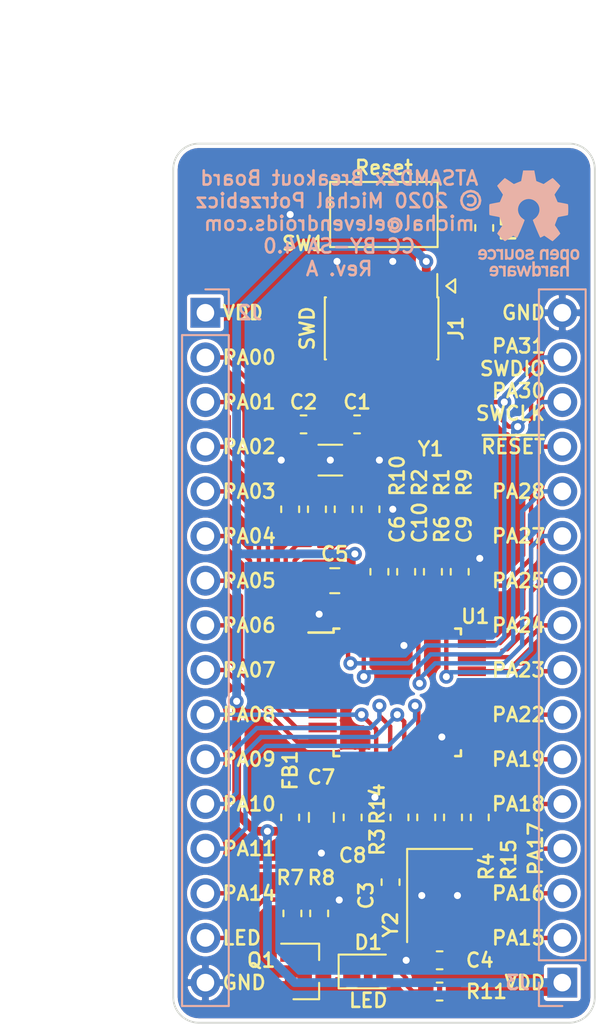
<source format=kicad_pcb>
(kicad_pcb (version 20171130) (host pcbnew 5.1.6)
  (title_block (title "ATSAMD2x Breakout Board") (date 2020-08-16) (rev A) (comment 1 "Universal breakout board for ATSAMD2x MCUs") (comment 3 "Michal Potrzebicz <michal@elevendroids.com>") (comment 4 "License: CC BY-SA 4.0"))
  (layers (0 F.Cu signal) (31 B.Cu signal) (34 B.Paste user) (35 F.Paste user) (36 B.SilkS user) (37 F.SilkS user) (38 B.Mask user) (39 F.Mask user) (44 Edge.Cuts user))
  (net 0 "")
  (net 1 GND)
  (net 2 /XIN32)
  (net 3 /XOUT32)
  (net 4 /XIN)
  (net 5 /XOUT)
  (net 6 VDD)
  (net 7 VDDA)
  (net 8 /~RESET)
  (net 9 "Net-(C10-Pad1)")
  (net 10 "Net-(D1-Pad2)")
  (net 11 "Net-(D1-Pad1)")
  (net 12 "Net-(J1-Pad8)")
  (net 13 "Net-(J1-Pad7)")
  (net 14 "Net-(J1-Pad6)")
  (net 15 /PA30_SWCLK)
  (net 16 /PA31_SWDIO)
  (net 17 /LED)
  (net 18 /PA11)
  (net 19 /PA10)
  (net 20 /PA09)
  (net 21 /PA08)
  (net 22 /PA07)
  (net 23 /PA06)
  (net 24 /PA05)
  (net 25 /PA04)
  (net 26 /PA03)
  (net 27 /PA02)
  (net 28 /PA01)
  (net 29 /PA00)
  (net 30 /PA28)
  (net 31 /PA27)
  (net 32 /PA25)
  (net 33 /PA24)
  (net 34 /PA23)
  (net 35 /PA22)
  (net 36 /PA19)
  (net 37 /PA18)
  (net 38 /PA17)
  (net 39 /PA16)
  (net 40 /PA15)
  (net 41 /PA14)
  (net 42 "Net-(Q1-Pad1)")
  (net 43 /PA00_XIN32)
  (net 44 /PA01_XOUT32)
  (net 45 /PA14_XIN)
  (net 46 /PA15_XOUT)
  (net 47 "Net-(R5-Pad2)")
  (module Symbol:OSHW-Logo_5.7x6mm_SilkScreen (layer B.Cu) (at 145.415 81.28 180)
    (fp_text reference REF** hide)
    (fp_text value OSHW-Logo_5.7x6mm_SilkScreen hide)
  )
  (module Capacitor_SMD:C_0805_2012Metric (layer F.Cu) (at 134.366 101.6 180)
    (fp_text reference C5 (at 0 1.524) (layer F.SilkS) (effects (font (size 0.8 0.8))))
    (fp_text value 10u hide)
    (pad 2 smd roundrect (at 0.9375 0 180) (size 0.975 1.4) (layers F.Cu F.Paste F.Mask) (net 1 GND))
    (pad 1 smd roundrect (at -0.9375 0 180) (size 0.975 1.4) (layers F.Cu F.Paste F.Mask) (net 6 VDD))
  )
  (module Crystal:Crystal_SMD_5032-4Pin_5.0x3.2mm (layer F.Cu) (at 140.335 119.507 270)
    (fp_text reference Y2 (at 1.651 2.794 90) (layer F.SilkS) (effects (font (size 0.8 0.8))))
    (fp_text value 8MHz hide)
    (pad 4 smd rect (at -1.65 -1 270) (size 1.6 1.3) (layers F.Cu F.Paste F.Mask) (net 1 GND))
    (pad 3 smd rect (at 1.65 -1 270) (size 1.6 1.3) (layers F.Cu F.Paste F.Mask) (net 5 /XOUT))
    (pad 2 smd rect (at 1.65 1 270) (size 1.6 1.3) (layers F.Cu F.Paste F.Mask) (net 1 GND))
    (pad 1 smd rect (at -1.65 1 270) (size 1.6 1.3) (layers F.Cu F.Paste F.Mask) (net 4 /XIN))
  )
  (module Crystal:Crystal_SMD_3215-2Pin_3.2x1.5mm (layer F.Cu) (at 134.112 94.742)
    (fp_text reference Y1 (at 5.715 -0.635) (layer F.SilkS) (effects (font (size 0.8 0.8))))
    (fp_text value 32.768kHz hide)
    (pad 2 smd rect (at -1.25 0) (size 1 1.8) (layers F.Cu F.Paste F.Mask) (net 3 /XOUT32))
    (pad 1 smd rect (at 1.25 0) (size 1 1.8) (layers F.Cu F.Paste F.Mask) (net 2 /XIN32))
  )
  (module Package_QFP:TQFP-32_7x7mm_P0.8mm (layer F.Cu) (at 137.922 107.95)
    (fp_text reference U1 (at 4.445 -4.318) (layer F.SilkS) (effects (font (size 0.8 0.8))))
    (fp_text value ATSAMD20E18A-A hide)
    (pad 32 smd rect (at -2.8 -4.25 90) (size 1.6 0.55) (layers F.Cu F.Paste F.Mask) (net 16 /PA31_SWDIO))
    (pad 31 smd rect (at -2 -4.25 90) (size 1.6 0.55) (layers F.Cu F.Paste F.Mask) (net 15 /PA30_SWCLK))
    (pad 30 smd rect (at -1.2 -4.25 90) (size 1.6 0.55) (layers F.Cu F.Paste F.Mask) (net 6 VDD))
    (pad 29 smd rect (at -0.4 -4.25 90) (size 1.6 0.55) (layers F.Cu F.Paste F.Mask) (net 9 "Net-(C10-Pad1)"))
    (pad 28 smd rect (at 0.4 -4.25 90) (size 1.6 0.55) (layers F.Cu F.Paste F.Mask) (net 1 GND))
    (pad 27 smd rect (at 1.2 -4.25 90) (size 1.6 0.55) (layers F.Cu F.Paste F.Mask) (net 30 /PA28))
    (pad 26 smd rect (at 2 -4.25 90) (size 1.6 0.55) (layers F.Cu F.Paste F.Mask) (net 8 /~RESET))
    (pad 25 smd rect (at 2.8 -4.25 90) (size 1.6 0.55) (layers F.Cu F.Paste F.Mask) (net 31 /PA27))
    (pad 24 smd rect (at 4.25 -2.8) (size 1.6 0.55) (layers F.Cu F.Paste F.Mask) (net 32 /PA25))
    (pad 23 smd rect (at 4.25 -2) (size 1.6 0.55) (layers F.Cu F.Paste F.Mask) (net 33 /PA24))
    (pad 22 smd rect (at 4.25 -1.2) (size 1.6 0.55) (layers F.Cu F.Paste F.Mask) (net 34 /PA23))
    (pad 21 smd rect (at 4.25 -0.4) (size 1.6 0.55) (layers F.Cu F.Paste F.Mask) (net 35 /PA22))
    (pad 20 smd rect (at 4.25 0.4) (size 1.6 0.55) (layers F.Cu F.Paste F.Mask) (net 36 /PA19))
    (pad 19 smd rect (at 4.25 1.2) (size 1.6 0.55) (layers F.Cu F.Paste F.Mask) (net 37 /PA18))
    (pad 18 smd rect (at 4.25 2) (size 1.6 0.55) (layers F.Cu F.Paste F.Mask) (net 38 /PA17))
    (pad 17 smd rect (at 4.25 2.8) (size 1.6 0.55) (layers F.Cu F.Paste F.Mask) (net 39 /PA16))
    (pad 16 smd rect (at 2.8 4.25 90) (size 1.6 0.55) (layers F.Cu F.Paste F.Mask) (net 46 /PA15_XOUT))
    (pad 15 smd rect (at 2 4.25 90) (size 1.6 0.55) (layers F.Cu F.Paste F.Mask) (net 45 /PA14_XIN))
    (pad 14 smd rect (at 1.2 4.25 90) (size 1.6 0.55) (layers F.Cu F.Paste F.Mask) (net 18 /PA11))
    (pad 13 smd rect (at 0.4 4.25 90) (size 1.6 0.55) (layers F.Cu F.Paste F.Mask) (net 19 /PA10))
    (pad 12 smd rect (at -0.4 4.25 90) (size 1.6 0.55) (layers F.Cu F.Paste F.Mask) (net 20 /PA09))
    (pad 11 smd rect (at -1.2 4.25 90) (size 1.6 0.55) (layers F.Cu F.Paste F.Mask) (net 21 /PA08))
    (pad 10 smd rect (at -2 4.25 90) (size 1.6 0.55) (layers F.Cu F.Paste F.Mask) (net 1 GND))
    (pad 9 smd rect (at -2.8 4.25 90) (size 1.6 0.55) (layers F.Cu F.Paste F.Mask) (net 7 VDDA))
    (pad 8 smd rect (at -4.25 2.8) (size 1.6 0.55) (layers F.Cu F.Paste F.Mask) (net 22 /PA07))
    (pad 7 smd rect (at -4.25 2) (size 1.6 0.55) (layers F.Cu F.Paste F.Mask) (net 23 /PA06))
    (pad 6 smd rect (at -4.25 1.2) (size 1.6 0.55) (layers F.Cu F.Paste F.Mask) (net 24 /PA05))
    (pad 5 smd rect (at -4.25 0.4) (size 1.6 0.55) (layers F.Cu F.Paste F.Mask) (net 25 /PA04))
    (pad 4 smd rect (at -4.25 -0.4) (size 1.6 0.55) (layers F.Cu F.Paste F.Mask) (net 26 /PA03))
    (pad 3 smd rect (at -4.25 -1.2) (size 1.6 0.55) (layers F.Cu F.Paste F.Mask) (net 27 /PA02))
    (pad 2 smd rect (at -4.25 -2) (size 1.6 0.55) (layers F.Cu F.Paste F.Mask) (net 44 /PA01_XOUT32))
    (pad 1 smd rect (at -4.25 -2.8) (size 1.6 0.55) (layers F.Cu F.Paste F.Mask) (net 43 /PA00_XIN32))
  )
  (module Button_Switch_SMD:SW_SPST_CK_RS282G05A3 (layer F.Cu) (at 137.16 80.772)
    (fp_text reference SW1 (at -4.572 1.651) (layer F.SilkS) (effects (font (size 0.8 0.8))))
    (fp_text value Reset (at 0 -2.667) (layer F.SilkS) (effects (font (size 0.8 0.8))))
    (pad 2 smd rect (at 3.9 0) (size 1.5 1.5) (layers F.Cu F.Paste F.Mask) (net 47 "Net-(R5-Pad2)"))
    (pad 1 smd rect (at -3.9 0) (size 1.5 1.5) (layers F.Cu F.Paste F.Mask) (net 1 GND))
  )
  (module Resistor_SMD:R_0603_1608Metric (layer F.Cu) (at 142.621 115.062 90)
    (fp_text reference R15 (at -2.413 1.651 90) (layer F.SilkS) (effects (font (size 0.8 0.8))))
    (fp_text value 0R hide)
    (pad 2 smd roundrect (at 0.7875 0 90) (size 0.875 0.95) (layers F.Cu F.Paste F.Mask) (net 46 /PA15_XOUT))
    (pad 1 smd roundrect (at -0.7875 0 90) (size 0.875 0.95) (layers F.Cu F.Paste F.Mask) (net 40 /PA15))
  )
  (module Resistor_SMD:R_0603_1608Metric (layer F.Cu) (at 138.049 115.062 90)
    (fp_text reference R14 (at 0.762 -1.27 90) (layer F.SilkS) (effects (font (size 0.8 0.8))))
    (fp_text value 0R hide)
    (pad 2 smd roundrect (at 0.7875 0 90) (size 0.875 0.95) (layers F.Cu F.Paste F.Mask) (net 45 /PA14_XIN))
    (pad 1 smd roundrect (at -0.7875 0 90) (size 0.875 0.95) (layers F.Cu F.Paste F.Mask) (net 41 /PA14))
  )
  (module Resistor_SMD:R_0603_1608Metric (layer F.Cu) (at 140.335 124.968 180)
    (fp_text reference R11 (at -2.667 0 180) (layer F.SilkS) (effects (font (size 0.8 0.8))))
    (fp_text value 330R hide)
    (pad 2 smd roundrect (at 0.7875 0 180) (size 0.875 0.95) (layers F.Cu F.Paste F.Mask) (net 10 "Net-(D1-Pad2)"))
    (pad 1 smd roundrect (at -0.7875 0 180) (size 0.875 0.95) (layers F.Cu F.Paste F.Mask) (net 6 VDD))
  )
  (module Resistor_SMD:R_0603_1608Metric (layer F.Cu) (at 131.826 97.536 90)
    (fp_text reference R10 (at 1.905 6.096 90) (layer F.SilkS) (effects (font (size 0.8 0.8))))
    (fp_text value 0R hide)
    (pad 2 smd roundrect (at 0.7875 0 90) (size 0.875 0.95) (layers F.Cu F.Paste F.Mask) (net 28 /PA01))
    (pad 1 smd roundrect (at -0.7875 0 90) (size 0.875 0.95) (layers F.Cu F.Paste F.Mask) (net 44 /PA01_XOUT32))
  )
  (module Resistor_SMD:R_0603_1608Metric (layer F.Cu) (at 136.398 97.536 90)
    (fp_text reference R9 (at 1.524 5.334 90) (layer F.SilkS) (effects (font (size 0.8 0.8))))
    (fp_text value 0R hide)
    (pad 2 smd roundrect (at 0.7875 0 90) (size 0.875 0.95) (layers F.Cu F.Paste F.Mask) (net 29 /PA00))
    (pad 1 smd roundrect (at -0.7875 0 90) (size 0.875 0.95) (layers F.Cu F.Paste F.Mask) (net 43 /PA00_XIN32))
  )
  (module Resistor_SMD:R_0603_1608Metric (layer F.Cu) (at 133.477 120.523 90)
    (fp_text reference R8 (at 2.032 0.127 180) (layer F.SilkS) (effects (font (size 0.8 0.8))))
    (fp_text value 100k hide)
    (pad 2 smd roundrect (at 0.7875 0 90) (size 0.875 0.95) (layers F.Cu F.Paste F.Mask) (net 1 GND))
    (pad 1 smd roundrect (at -0.7875 0 90) (size 0.875 0.95) (layers F.Cu F.Paste F.Mask) (net 42 "Net-(Q1-Pad1)"))
  )
  (module Resistor_SMD:R_0603_1608Metric (layer F.Cu) (at 131.953 120.523 90)
    (fp_text reference R7 (at 2.032 -0.127 180) (layer F.SilkS) (effects (font (size 0.8 0.8))))
    (fp_text value 47k hide)
    (pad 2 smd roundrect (at 0.7875 0 90) (size 0.875 0.95) (layers F.Cu F.Paste F.Mask) (net 17 /LED))
    (pad 1 smd roundrect (at -0.7875 0 90) (size 0.875 0.95) (layers F.Cu F.Paste F.Mask) (net 42 "Net-(Q1-Pad1)"))
  )
  (module Resistor_SMD:R_0603_1608Metric (layer F.Cu) (at 139.954 101.092 270)
    (fp_text reference R6 (at -2.413 -0.508 90) (layer F.SilkS) (effects (font (size 0.8 0.8))))
    (fp_text value 10k hide)
    (pad 2 smd roundrect (at 0.7875 0 270) (size 0.875 0.95) (layers F.Cu F.Paste F.Mask) (net 8 /~RESET))
    (pad 1 smd roundrect (at -0.7875 0 270) (size 0.875 0.95) (layers F.Cu F.Paste F.Mask) (net 6 VDD))
  )
  (module Resistor_SMD:R_0603_1608Metric (layer F.Cu) (at 142.875 81.534 90)
    (fp_text reference R5 (at 0 1.397 90) (layer F.SilkS) (effects (font (size 0.8 0.8))))
    (fp_text value 330R hide)
    (pad 2 smd roundrect (at 0.7875 0 90) (size 0.875 0.95) (layers F.Cu F.Paste F.Mask) (net 47 "Net-(R5-Pad2)"))
    (pad 1 smd roundrect (at -0.7875 0 90) (size 0.875 0.95) (layers F.Cu F.Paste F.Mask) (net 8 /~RESET))
  )
  (module Resistor_SMD:R_0603_1608Metric (layer F.Cu) (at 141.097 115.062 270)
    (fp_text reference R4 (at 2.794 -1.905 90) (layer F.SilkS) (effects (font (size 0.8 0.8))))
    (fp_text value 0R hide)
    (pad 2 smd roundrect (at 0.7875 0 270) (size 0.875 0.95) (layers F.Cu F.Paste F.Mask) (net 5 /XOUT))
    (pad 1 smd roundrect (at -0.7875 0 270) (size 0.875 0.95) (layers F.Cu F.Paste F.Mask) (net 46 /PA15_XOUT))
  )
  (module Resistor_SMD:R_0603_1608Metric (layer F.Cu) (at 139.573 115.062 270)
    (fp_text reference R3 (at 1.397 2.794 90) (layer F.SilkS) (effects (font (size 0.8 0.8))))
    (fp_text value 0R hide)
    (pad 2 smd roundrect (at 0.7875 0 270) (size 0.875 0.95) (layers F.Cu F.Paste F.Mask) (net 4 /XIN))
    (pad 1 smd roundrect (at -0.7875 0 270) (size 0.875 0.95) (layers F.Cu F.Paste F.Mask) (net 45 /PA14_XIN))
  )
  (module Resistor_SMD:R_0603_1608Metric (layer F.Cu) (at 133.35 97.536 90)
    (fp_text reference R2 (at 1.524 5.842 90) (layer F.SilkS) (effects (font (size 0.8 0.8))))
    (fp_text value 0R hide)
    (pad 2 smd roundrect (at 0.7875 0 90) (size 0.875 0.95) (layers F.Cu F.Paste F.Mask) (net 3 /XOUT32))
    (pad 1 smd roundrect (at -0.7875 0 90) (size 0.875 0.95) (layers F.Cu F.Paste F.Mask) (net 44 /PA01_XOUT32))
  )
  (module Resistor_SMD:R_0603_1608Metric (layer F.Cu) (at 134.874 97.536 90)
    (fp_text reference R1 (at 1.524 5.588 90) (layer F.SilkS) (effects (font (size 0.8 0.8))))
    (fp_text value 0R hide)
    (pad 2 smd roundrect (at 0.7875 0 90) (size 0.875 0.95) (layers F.Cu F.Paste F.Mask) (net 2 /XIN32))
    (pad 1 smd roundrect (at -0.7875 0 90) (size 0.875 0.95) (layers F.Cu F.Paste F.Mask) (net 43 /PA00_XIN32))
  )
  (module Package_TO_SOT_SMD:SOT-23 (layer F.Cu) (at 132.715 123.825)
    (fp_text reference Q1 (at -2.54 -0.635 180) (layer F.SilkS) (effects (font (size 0.8 0.8))))
    (fp_text value BC847 hide)
    (pad 3 smd rect (at 1 0) (size 0.9 0.8) (layers F.Cu F.Paste F.Mask) (net 11 "Net-(D1-Pad1)"))
    (pad 2 smd rect (at -1 0.95) (size 0.9 0.8) (layers F.Cu F.Paste F.Mask) (net 1 GND))
    (pad 1 smd rect (at -1 -0.95) (size 0.9 0.8) (layers F.Cu F.Paste F.Mask) (net 42 "Net-(Q1-Pad1)"))
  )
  (module Connector_PinHeader_2.54mm:PinHeader_1x16_P2.54mm_Vertical (layer B.Cu) (at 147.32 124.46)
    (fp_text reference J3 (at -2.54 0) (layer B.SilkS) (effects (font (size 0.8 0.8)) (justify mirror)))
    (fp_text value Right hide)
    (pad 16 thru_hole oval (at 0 -38.1) (size 1.7 1.7) (drill 1) (layers *.Cu *.Mask) (net 1 GND))
    (pad 15 thru_hole oval (at 0 -35.56) (size 1.7 1.7) (drill 1) (layers *.Cu *.Mask) (net 16 /PA31_SWDIO))
    (pad 14 thru_hole oval (at 0 -33.02) (size 1.7 1.7) (drill 1) (layers *.Cu *.Mask) (net 15 /PA30_SWCLK))
    (pad 13 thru_hole oval (at 0 -30.48) (size 1.7 1.7) (drill 1) (layers *.Cu *.Mask) (net 8 /~RESET))
    (pad 12 thru_hole oval (at 0 -27.94) (size 1.7 1.7) (drill 1) (layers *.Cu *.Mask) (net 30 /PA28))
    (pad 11 thru_hole oval (at 0 -25.4) (size 1.7 1.7) (drill 1) (layers *.Cu *.Mask) (net 31 /PA27))
    (pad 10 thru_hole oval (at 0 -22.86) (size 1.7 1.7) (drill 1) (layers *.Cu *.Mask) (net 32 /PA25))
    (pad 9 thru_hole oval (at 0 -20.32) (size 1.7 1.7) (drill 1) (layers *.Cu *.Mask) (net 33 /PA24))
    (pad 8 thru_hole oval (at 0 -17.78) (size 1.7 1.7) (drill 1) (layers *.Cu *.Mask) (net 34 /PA23))
    (pad 7 thru_hole oval (at 0 -15.24) (size 1.7 1.7) (drill 1) (layers *.Cu *.Mask) (net 35 /PA22))
    (pad 6 thru_hole oval (at 0 -12.7) (size 1.7 1.7) (drill 1) (layers *.Cu *.Mask) (net 36 /PA19))
    (pad 5 thru_hole oval (at 0 -10.16) (size 1.7 1.7) (drill 1) (layers *.Cu *.Mask) (net 37 /PA18))
    (pad 4 thru_hole oval (at 0 -7.62) (size 1.7 1.7) (drill 1) (layers *.Cu *.Mask) (net 38 /PA17))
    (pad 3 thru_hole oval (at 0 -5.08) (size 1.7 1.7) (drill 1) (layers *.Cu *.Mask) (net 39 /PA16))
    (pad 2 thru_hole oval (at 0 -2.54) (size 1.7 1.7) (drill 1) (layers *.Cu *.Mask) (net 40 /PA15))
    (pad 1 thru_hole rect (at 0 0) (size 1.7 1.7) (drill 1) (layers *.Cu *.Mask) (net 6 VDD))
  )
  (module Connector_PinHeader_2.54mm:PinHeader_1x16_P2.54mm_Vertical (layer B.Cu) (at 127 86.36 180)
    (fp_text reference J2 (at -2.54 0) (layer B.SilkS) (effects (font (size 0.8 0.8)) (justify mirror)))
    (fp_text value Left hide)
    (pad 16 thru_hole oval (at 0 -38.1 180) (size 1.7 1.7) (drill 1) (layers *.Cu *.Mask) (net 1 GND))
    (pad 15 thru_hole oval (at 0 -35.56 180) (size 1.7 1.7) (drill 1) (layers *.Cu *.Mask) (net 17 /LED))
    (pad 14 thru_hole oval (at 0 -33.02 180) (size 1.7 1.7) (drill 1) (layers *.Cu *.Mask) (net 41 /PA14))
    (pad 13 thru_hole oval (at 0 -30.48 180) (size 1.7 1.7) (drill 1) (layers *.Cu *.Mask) (net 18 /PA11))
    (pad 12 thru_hole oval (at 0 -27.94 180) (size 1.7 1.7) (drill 1) (layers *.Cu *.Mask) (net 19 /PA10))
    (pad 11 thru_hole oval (at 0 -25.4 180) (size 1.7 1.7) (drill 1) (layers *.Cu *.Mask) (net 20 /PA09))
    (pad 10 thru_hole oval (at 0 -22.86 180) (size 1.7 1.7) (drill 1) (layers *.Cu *.Mask) (net 21 /PA08))
    (pad 9 thru_hole oval (at 0 -20.32 180) (size 1.7 1.7) (drill 1) (layers *.Cu *.Mask) (net 22 /PA07))
    (pad 8 thru_hole oval (at 0 -17.78 180) (size 1.7 1.7) (drill 1) (layers *.Cu *.Mask) (net 23 /PA06))
    (pad 7 thru_hole oval (at 0 -15.24 180) (size 1.7 1.7) (drill 1) (layers *.Cu *.Mask) (net 24 /PA05))
    (pad 6 thru_hole oval (at 0 -12.7 180) (size 1.7 1.7) (drill 1) (layers *.Cu *.Mask) (net 25 /PA04))
    (pad 5 thru_hole oval (at 0 -10.16 180) (size 1.7 1.7) (drill 1) (layers *.Cu *.Mask) (net 26 /PA03))
    (pad 4 thru_hole oval (at 0 -7.62 180) (size 1.7 1.7) (drill 1) (layers *.Cu *.Mask) (net 27 /PA02))
    (pad 3 thru_hole oval (at 0 -5.08 180) (size 1.7 1.7) (drill 1) (layers *.Cu *.Mask) (net 28 /PA01))
    (pad 2 thru_hole oval (at 0 -2.54 180) (size 1.7 1.7) (drill 1) (layers *.Cu *.Mask) (net 29 /PA00))
    (pad 1 thru_hole rect (at 0 0 180) (size 1.7 1.7) (drill 1) (layers *.Cu *.Mask) (net 6 VDD))
  )
  (module Connector_PinHeader_1.27mm:PinHeader_2x05_P1.27mm_Vertical_SMD (layer F.Cu) (at 137.033 87.249 270)
    (fp_text reference J1 (at 0 -4.235 90) (layer F.SilkS) (effects (font (size 0.8 0.8))))
    (fp_text value SWD (at 0 4.235 90) (layer F.SilkS) (effects (font (size 0.8 0.8))))
    (pad 10 smd rect (at 1.95 2.54 270) (size 2.4 0.74) (layers F.Cu F.Paste F.Mask) (net 8 /~RESET))
    (pad 9 smd rect (at -1.95 2.54 270) (size 2.4 0.74) (layers F.Cu F.Paste F.Mask) (net 1 GND))
    (pad 8 smd rect (at 1.95 1.27 270) (size 2.4 0.74) (layers F.Cu F.Paste F.Mask) (net 12 "Net-(J1-Pad8)"))
    (pad 7 smd rect (at -1.95 1.27 270) (size 2.4 0.74) (layers F.Cu F.Paste F.Mask) (net 13 "Net-(J1-Pad7)"))
    (pad 6 smd rect (at 1.95 0 270) (size 2.4 0.74) (layers F.Cu F.Paste F.Mask) (net 14 "Net-(J1-Pad6)"))
    (pad 5 smd rect (at -1.95 0 270) (size 2.4 0.74) (layers F.Cu F.Paste F.Mask) (net 1 GND))
    (pad 4 smd rect (at 1.95 -1.27 270) (size 2.4 0.74) (layers F.Cu F.Paste F.Mask) (net 15 /PA30_SWCLK))
    (pad 3 smd rect (at -1.95 -1.27 270) (size 2.4 0.74) (layers F.Cu F.Paste F.Mask) (net 1 GND))
    (pad 2 smd rect (at 1.95 -2.54 270) (size 2.4 0.74) (layers F.Cu F.Paste F.Mask) (net 16 /PA31_SWDIO))
    (pad 1 smd rect (at -1.95 -2.54 270) (size 2.4 0.74) (layers F.Cu F.Paste F.Mask) (net 6 VDD))
  )
  (module Inductor_SMD:L_0603_1608Metric (layer F.Cu) (at 131.826 115.062 90)
    (fp_text reference FB1 (at 2.667 0 270) (layer F.SilkS) (effects (font (size 0.8 0.8))))
    (fp_text value Ferrite_Bead_Small hide)
    (pad 2 smd roundrect (at 0.7875 0 90) (size 0.875 0.95) (layers F.Cu F.Paste F.Mask) (net 7 VDDA))
    (pad 1 smd roundrect (at -0.7875 0 90) (size 0.875 0.95) (layers F.Cu F.Paste F.Mask) (net 6 VDD))
  )
  (module LED_SMD:LED_0805_2012Metric (layer F.Cu) (at 136.271 123.825)
    (fp_text reference D1 (at 0 -1.651) (layer F.SilkS) (effects (font (size 0.8 0.8))))
    (fp_text value LED (at 0 1.65) (layer F.SilkS) (effects (font (size 0.8 0.8))))
    (pad 2 smd roundrect (at 0.9375 0) (size 0.975 1.4) (layers F.Cu F.Paste F.Mask) (net 10 "Net-(D1-Pad2)"))
    (pad 1 smd roundrect (at -0.9375 0) (size 0.975 1.4) (layers F.Cu F.Paste F.Mask) (net 11 "Net-(D1-Pad1)"))
  )
  (module Capacitor_SMD:C_0603_1608Metric (layer F.Cu) (at 138.43 101.092 90)
    (fp_text reference C10 (at 2.794 0.762 90) (layer F.SilkS) (effects (font (size 0.8 0.8))))
    (fp_text value 1u hide)
    (pad 2 smd roundrect (at 0.7875 0 90) (size 0.875 0.95) (layers F.Cu F.Paste F.Mask) (net 1 GND))
    (pad 1 smd roundrect (at -0.7875 0 90) (size 0.875 0.95) (layers F.Cu F.Paste F.Mask) (net 9 "Net-(C10-Pad1)"))
  )
  (module Capacitor_SMD:C_0603_1608Metric (layer F.Cu) (at 141.478 101.092 90)
    (fp_text reference C9 (at 2.413 0.254 90) (layer F.SilkS) (effects (font (size 0.8 0.8))))
    (fp_text value 100n hide)
    (pad 2 smd roundrect (at 0.7875 0 90) (size 0.875 0.95) (layers F.Cu F.Paste F.Mask) (net 1 GND))
    (pad 1 smd roundrect (at -0.7875 0 90) (size 0.875 0.95) (layers F.Cu F.Paste F.Mask) (net 8 /~RESET))
  )
  (module Capacitor_SMD:C_0603_1608Metric (layer F.Cu) (at 135.382 115.062 270)
    (fp_text reference C8 (at 2.159 0 180) (layer F.SilkS) (effects (font (size 0.8 0.8))))
    (fp_text value 100n hide)
    (pad 2 smd roundrect (at 0.7875 0 270) (size 0.875 0.95) (layers F.Cu F.Paste F.Mask) (net 1 GND))
    (pad 1 smd roundrect (at -0.7875 0 270) (size 0.875 0.95) (layers F.Cu F.Paste F.Mask) (net 7 VDDA))
  )
  (module Capacitor_SMD:C_0805_2012Metric (layer F.Cu) (at 133.604 115.062 270)
    (fp_text reference C7 (at -2.286 0 180) (layer F.SilkS) (effects (font (size 0.8 0.8))))
    (fp_text value 10u hide)
    (pad 2 smd roundrect (at 0.9375 0 270) (size 0.975 1.4) (layers F.Cu F.Paste F.Mask) (net 1 GND))
    (pad 1 smd roundrect (at -0.9375 0 270) (size 0.975 1.4) (layers F.Cu F.Paste F.Mask) (net 7 VDDA))
  )
  (module Capacitor_SMD:C_0603_1608Metric (layer F.Cu) (at 136.906 101.092 90)
    (fp_text reference C6 (at 2.413 1.016 90) (layer F.SilkS) (effects (font (size 0.8 0.8))))
    (fp_text value 100n hide)
    (pad 2 smd roundrect (at 0.7875 0 90) (size 0.875 0.95) (layers F.Cu F.Paste F.Mask) (net 1 GND))
    (pad 1 smd roundrect (at -0.7875 0 90) (size 0.875 0.95) (layers F.Cu F.Paste F.Mask) (net 6 VDD))
  )
  (module Capacitor_SMD:C_0603_1608Metric (layer F.Cu) (at 140.335 123.19)
    (fp_text reference C4 (at 2.286 0) (layer F.SilkS) (effects (font (size 0.8 0.8))))
    (fp_text value 15p hide)
    (pad 2 smd roundrect (at 0.7875 0) (size 0.875 0.95) (layers F.Cu F.Paste F.Mask) (net 5 /XOUT))
    (pad 1 smd roundrect (at -0.7875 0) (size 0.875 0.95) (layers F.Cu F.Paste F.Mask) (net 1 GND))
  )
  (module Capacitor_SMD:C_0603_1608Metric (layer F.Cu) (at 137.541 118.745 270)
    (fp_text reference C3 (at 0.762 1.397 90) (layer F.SilkS) (effects (font (size 0.8 0.8))))
    (fp_text value 15p hide)
    (pad 2 smd roundrect (at 0.7875 0 270) (size 0.875 0.95) (layers F.Cu F.Paste F.Mask) (net 1 GND))
    (pad 1 smd roundrect (at -0.7875 0 270) (size 0.875 0.95) (layers F.Cu F.Paste F.Mask) (net 4 /XIN))
  )
  (module Capacitor_SMD:C_0603_1608Metric (layer F.Cu) (at 132.588 92.71 180)
    (fp_text reference C2 (at 0 1.27) (layer F.SilkS) (effects (font (size 0.8 0.8))))
    (fp_text value 12p hide)
    (pad 2 smd roundrect (at 0.7875 0 180) (size 0.875 0.95) (layers F.Cu F.Paste F.Mask) (net 3 /XOUT32))
    (pad 1 smd roundrect (at -0.7875 0 180) (size 0.875 0.95) (layers F.Cu F.Paste F.Mask) (net 1 GND))
  )
  (module Capacitor_SMD:C_0603_1608Metric (layer F.Cu) (at 135.636 92.71 180)
    (fp_text reference C1 (at 0 1.27) (layer F.SilkS) (effects (font (size 0.8 0.8))))
    (fp_text value 12p hide)
    (pad 2 smd roundrect (at 0.7875 0 180) (size 0.875 0.95) (layers F.Cu F.Paste F.Mask) (net 1 GND))
    (pad 1 smd roundrect (at -0.7875 0 180) (size 0.875 0.95) (layers F.Cu F.Paste F.Mask) (net 2 /XIN32))
  )
  (gr_line (start 141.224 85.217) (end 140.716 84.836) (layer F.SilkS) (width 0.12))
  (gr_line (start 141.224 84.455) (end 141.224 85.217) (layer F.SilkS) (width 0.12))
  (gr_line (start 140.716 84.836) (end 141.224 84.455) (layer F.SilkS) (width 0.12))
  (gr_text "ATSAMD2x Breakout Board\n© 2020 Michal Potrzebicz\nmichal@elevendroids.com\nCC BY-SA 4.0\nRev. A" (at 134.62 81.28) (layer B.SilkS) (effects (font (size 0.8 0.8)) (justify mirror)))
  (gr_arc (start 147.72 78.19) (end 149.17 78.19) (angle -90) (layer Edge.Cuts) (width 0.1))
  (gr_arc (start 126.62 78.19) (end 126.62 76.74) (angle -90) (layer Edge.Cuts) (width 0.1))
  (gr_arc (start 147.72 125.29) (end 147.72 126.74) (angle -90) (layer Edge.Cuts) (width 0.1))
  (gr_arc (start 126.62 125.29) (end 125.17 125.29) (angle -90) (layer Edge.Cuts) (width 0.1))
  (gr_text VDD (at 127.889 86.36) (layer F.SilkS) (effects (font (size 0.8 0.8)) (justify left)))
  (gr_text "PA31\nSWDIO" (at 146.431 88.9) (layer F.SilkS) (effects (font (size 0.8 0.8)) (justify right)))
  (gr_text "PA30\nSWCLK" (at 146.431 91.44) (layer F.SilkS) (effects (font (size 0.8 0.8)) (justify right)))
  (gr_text GND (at 146.431 86.36) (layer F.SilkS) (effects (font (size 0.8 0.8)) (justify right)))
  (gr_text PA28 (at 146.431 96.52) (layer F.SilkS) (effects (font (size 0.8 0.8)) (justify right)))
  (gr_text PA27 (at 146.431 99.06) (layer F.SilkS) (effects (font (size 0.8 0.8)) (justify right)))
  (gr_text PA25 (at 146.431 101.6) (layer F.SilkS) (effects (font (size 0.8 0.8)) (justify right)))
  (gr_text PA24 (at 146.431 104.14) (layer F.SilkS) (effects (font (size 0.8 0.8)) (justify right)))
  (gr_text PA23 (at 146.431 106.68) (layer F.SilkS) (effects (font (size 0.8 0.8)) (justify right)))
  (gr_text PA22 (at 146.431 109.22) (layer F.SilkS) (effects (font (size 0.8 0.8)) (justify right)))
  (gr_text PA19 (at 146.431 111.76) (layer F.SilkS) (effects (font (size 0.8 0.8)) (justify right)))
  (gr_text PA16 (at 146.431 119.38) (layer F.SilkS) (effects (font (size 0.8 0.8)) (justify right)))
  (gr_text PA18 (at 146.431 114.3) (layer F.SilkS) (effects (font (size 0.8 0.8)) (justify right)))
  (gr_text PA17 (at 145.796 116.84 90) (layer F.SilkS) (effects (font (size 0.8 0.8))))
  (gr_text PA15 (at 146.431 121.92) (layer F.SilkS) (effects (font (size 0.8 0.8)) (justify right)))
  (gr_text PA14 (at 127.889 119.38) (layer F.SilkS) (effects (font (size 0.8 0.8)) (justify left)))
  (gr_text VDD (at 146.431 124.46) (layer F.SilkS) (effects (font (size 0.8 0.8)) (justify right)))
  (gr_text PA04 (at 127.889 99.06) (layer F.SilkS) (effects (font (size 0.8 0.8)) (justify left)))
  (gr_text PA05 (at 127.889 101.6) (layer F.SilkS) (effects (font (size 0.8 0.8)) (justify left)))
  (gr_text PA06 (at 127.889 104.14) (layer F.SilkS) (effects (font (size 0.8 0.8)) (justify left)))
  (gr_text PA07 (at 127.889 106.68) (layer F.SilkS) (effects (font (size 0.8 0.8)) (justify left)))
  (gr_text PA08 (at 127.889 109.22) (layer F.SilkS) (effects (font (size 0.8 0.8)) (justify left)))
  (gr_text PA00 (at 127.889 88.9) (layer F.SilkS) (effects (font (size 0.8 0.8)) (justify left)))
  (gr_text PA01 (at 127.889 91.44) (layer F.SilkS) (effects (font (size 0.8 0.8)) (justify left)))
  (gr_text PA02 (at 127.889 93.98) (layer F.SilkS) (effects (font (size 0.8 0.8)) (justify left)))
  (gr_text PA09 (at 127.889 111.76) (layer F.SilkS) (effects (font (size 0.8 0.8)) (justify left)))
  (gr_text PA10 (at 127.889 114.3) (layer F.SilkS) (effects (font (size 0.8 0.8)) (justify left)))
  (gr_text PA11 (at 127.889 116.84) (layer F.SilkS) (effects (font (size 0.8 0.8)) (justify left)))
  (gr_text GND (at 127.889 124.46) (layer F.SilkS) (effects (font (size 0.8 0.8)) (justify left)))
  (gr_text ~RESET (at 146.431 93.98) (layer F.SilkS) (effects (font (size 0.8 0.8)) (justify right)))
  (gr_text LED (at 127.889 121.92) (layer F.SilkS) (effects (font (size 0.8 0.8)) (justify left)))
  (gr_text PA03 (at 127.889 96.52) (layer F.SilkS) (effects (font (size 0.8 0.8)) (justify left)))
  (gr_line (start 125.17 78.19) (end 125.17 125.29) (layer Edge.Cuts) (width 0.1))
  (gr_line (start 147.72 76.74) (end 126.62 76.74) (layer Edge.Cuts) (width 0.1))
  (gr_line (start 149.17 125.29) (end 149.17 78.19) (layer Edge.Cuts) (width 0.1))
  (gr_line (start 126.62 126.74) (end 147.72 126.74) (layer Edge.Cuts) (width 0.1))
  (via (at 133.477 103.505) (size 0.8) (drill 0.4) (layers F.Cu B.Cu) (net 1))
  (via (at 138.303 105.283) (size 0.8) (drill 0.4) (layers F.Cu B.Cu) (net 1))
  (via (at 136.652 113.919) (size 0.8) (drill 0.4) (layers F.Cu B.Cu) (net 1))
  (via (at 140.462 110.49) (size 0.8) (drill 0.4) (layers F.Cu B.Cu) (net 1))
  (via (at 134.112 94.742) (size 0.8) (drill 0.4) (layers F.Cu B.Cu) (net 1))
  (via (at 134.493 83.439) (size 0.8) (drill 0.4) (layers F.Cu B.Cu) (net 1))
  (via (at 137.668 83.439) (size 0.8) (drill 0.4) (layers F.Cu B.Cu) (net 1))
  (via (at 133.604 117.094) (size 0.8) (drill 0.4) (layers F.Cu B.Cu) (net 1))
  (via (at 137.668 97.536) (size 0.8) (drill 0.4) (layers F.Cu B.Cu) (net 1))
  (via (at 142.621 100.33) (size 0.8) (drill 0.4) (layers F.Cu B.Cu) (net 1))
  (via (at 136.906 94.742) (size 0.8) (drill 0.4) (layers F.Cu B.Cu) (net 1))
  (via (at 131.318 94.742) (size 0.8) (drill 0.4) (layers F.Cu B.Cu) (net 1))
  (via (at 131.826 80.772) (size 0.8) (drill 0.4) (layers F.Cu B.Cu) (net 1))
  (via (at 138.43 123.19) (size 0.8) (drill 0.4) (layers F.Cu B.Cu) (net 1))
  (via (at 141.351 119.507) (size 0.8) (drill 0.4) (layers F.Cu B.Cu) (net 1))
  (via (at 139.319 119.507) (size 0.8) (drill 0.4) (layers F.Cu B.Cu) (net 1))
  (via (at 134.62 119.761) (size 0.8) (drill 0.4) (layers F.Cu B.Cu) (net 1))
  (segment (start 134.874 95.23) (end 135.362 94.742) (width 0.25) (layer F.Cu) (net 2))
  (segment (start 134.874 96.7485) (end 134.874 95.23) (width 0.25) (layer F.Cu) (net 2))
  (segment (start 136.4235 93.6805) (end 135.362 94.742) (width 0.25) (layer F.Cu) (net 2))
  (segment (start 136.4235 92.71) (end 136.4235 93.6805) (width 0.25) (layer F.Cu) (net 2))
  (segment (start 133.35 95.23) (end 132.862 94.742) (width 0.25) (layer F.Cu) (net 3))
  (segment (start 133.35 96.7485) (end 133.35 95.23) (width 0.25) (layer F.Cu) (net 3))
  (segment (start 131.8005 93.6805) (end 132.862 94.742) (width 0.25) (layer F.Cu) (net 3))
  (segment (start 131.8005 92.71) (end 131.8005 93.6805) (width 0.25) (layer F.Cu) (net 3))
  (segment (start 139.2345 117.9575) (end 139.335 117.857) (width 0.25) (layer F.Cu) (net 4))
  (segment (start 137.541 117.9575) (end 139.2345 117.9575) (width 0.25) (layer F.Cu) (net 4))
  (segment (start 139.573 117.619) (end 139.335 117.857) (width 0.25) (layer F.Cu) (net 4))
  (segment (start 139.573 115.8495) (end 139.573 117.619) (width 0.25) (layer F.Cu) (net 4))
  (segment (start 140.310001 120.132001) (end 141.335 121.157) (width 0.25) (layer F.Cu) (net 5))
  (segment (start 140.310001 116.636499) (end 140.310001 120.132001) (width 0.25) (layer F.Cu) (net 5))
  (segment (start 141.097 115.8495) (end 140.310001 116.636499) (width 0.25) (layer F.Cu) (net 5))
  (segment (start 141.1225 121.3695) (end 141.335 121.157) (width 0.25) (layer F.Cu) (net 5))
  (segment (start 141.1225 123.19) (end 141.1225 121.3695) (width 0.25) (layer F.Cu) (net 5))
  (via (at 128.778 108.458) (size 0.8) (drill 0.4) (layers F.Cu B.Cu) (net 6))
  (segment (start 128.778 100.203) (end 128.778 108.458) (width 0.5) (layer B.Cu) (net 6))
  (segment (start 128.778 108.458) (end 128.778 114.808) (width 0.5) (layer F.Cu) (net 6))
  (segment (start 128.778 114.808) (end 129.8195 115.8495) (width 0.5) (layer F.Cu) (net 6))
  (segment (start 135.583 101.8795) (end 135.3035 101.6) (width 0.5) (layer F.Cu) (net 6))
  (segment (start 136.906 101.8795) (end 135.583 101.8795) (width 0.5) (layer F.Cu) (net 6))
  (segment (start 136.722 102.0635) (end 136.906 101.8795) (width 0.5) (layer F.Cu) (net 6))
  (segment (start 136.722 103.7) (end 136.722 102.0635) (width 0.5) (layer F.Cu) (net 6))
  (segment (start 136.906 101.8795) (end 136.906 101.346) (width 0.25) (layer F.Cu) (net 6))
  (segment (start 136.906 101.346) (end 137.16 101.092) (width 0.25) (layer F.Cu) (net 6))
  (segment (start 137.16 101.092) (end 139.7 101.092) (width 0.25) (layer F.Cu) (net 6))
  (segment (start 139.954 100.838) (end 139.954 100.3045) (width 0.25) (layer F.Cu) (net 6))
  (segment (start 139.7 101.092) (end 139.954 100.838) (width 0.25) (layer F.Cu) (net 6))
  (via (at 135.509 100.076) (size 0.8) (drill 0.4) (layers F.Cu B.Cu) (net 6))
  (segment (start 135.3035 100.2815) (end 135.509 100.076) (width 0.5) (layer F.Cu) (net 6))
  (segment (start 135.3035 101.6) (end 135.3035 100.2815) (width 0.5) (layer F.Cu) (net 6))
  (segment (start 128.778 100.076) (end 128.778 100.203) (width 0.5) (layer B.Cu) (net 6))
  (segment (start 135.509 100.076) (end 128.778 100.076) (width 0.5) (layer B.Cu) (net 6))
  (segment (start 128.778 88.138) (end 128.778 100.076) (width 0.5) (layer B.Cu) (net 6))
  (segment (start 129.8195 115.8495) (end 130.5305 115.8495) (width 0.5) (layer F.Cu) (net 6))
  (segment (start 146.812 124.968) (end 147.32 124.46) (width 0.5) (layer F.Cu) (net 6))
  (segment (start 141.1225 124.968) (end 146.812 124.968) (width 0.5) (layer F.Cu) (net 6))
  (segment (start 130.5305 115.8495) (end 131.826 115.8495) (width 0.5) (layer F.Cu) (net 6))
  (via (at 130.5305 115.8495) (size 0.8) (drill 0.4) (layers F.Cu B.Cu) (net 6))
  (segment (start 130.5305 115.8495) (end 130.5305 122.9105) (width 0.5) (layer B.Cu) (net 6))
  (segment (start 132.08 124.46) (end 147.32 124.46) (width 0.5) (layer B.Cu) (net 6))
  (segment (start 130.5305 122.9105) (end 132.08 124.46) (width 0.5) (layer B.Cu) (net 6))
  (via (at 139.573 83.439) (size 0.8) (drill 0.4) (layers F.Cu B.Cu) (net 6))
  (segment (start 139.573 85.299) (end 139.573 83.439) (width 0.5) (layer F.Cu) (net 6))
  (segment (start 138.722999 82.588999) (end 132.549001 82.588999) (width 0.5) (layer B.Cu) (net 6))
  (segment (start 139.573 83.439) (end 138.722999 82.588999) (width 0.5) (layer B.Cu) (net 6))
  (segment (start 128.778 86.36) (end 128.778 88.138) (width 0.5) (layer B.Cu) (net 6))
  (segment (start 132.549001 82.588999) (end 128.778 86.36) (width 0.5) (layer B.Cu) (net 6))
  (segment (start 127 86.36) (end 128.778 86.36) (width 0.5) (layer B.Cu) (net 6))
  (segment (start 135.376 114.2685) (end 135.382 114.2745) (width 0.5) (layer F.Cu) (net 7))
  (segment (start 133.754 114.2745) (end 133.604 114.1245) (width 0.5) (layer F.Cu) (net 7))
  (segment (start 133.454 114.2745) (end 133.604 114.1245) (width 0.5) (layer F.Cu) (net 7))
  (segment (start 131.826 114.2745) (end 133.454 114.2745) (width 0.5) (layer F.Cu) (net 7))
  (segment (start 135.382 114.2745) (end 133.754 114.2745) (width 0.5) (layer F.Cu) (net 7))
  (segment (start 135.122 114.0145) (end 135.382 114.2745) (width 0.5) (layer F.Cu) (net 7))
  (segment (start 135.122 112.2) (end 135.122 114.0145) (width 0.5) (layer F.Cu) (net 7))
  (segment (start 139.954 103.668) (end 139.922 103.7) (width 0.25) (layer F.Cu) (net 8))
  (segment (start 139.954 101.8795) (end 139.954 103.668) (width 0.25) (layer F.Cu) (net 8))
  (segment (start 139.954 101.8795) (end 141.478 101.8795) (width 0.25) (layer F.Cu) (net 8))
  (segment (start 134.493 89.199) (end 134.493 87.884) (width 0.25) (layer F.Cu) (net 8))
  (segment (start 134.493 87.884) (end 135.128 87.249) (width 0.25) (layer F.Cu) (net 8))
  (segment (start 135.128 87.249) (end 142.875 87.249) (width 0.25) (layer F.Cu) (net 8))
  (segment (start 142.875 87.249) (end 142.875 82.3215) (width 0.25) (layer F.Cu) (net 8))
  (segment (start 145.542 89.916) (end 142.875 87.249) (width 0.25) (layer F.Cu) (net 8))
  (segment (start 147.32 93.98) (end 145.669 93.98) (width 0.25) (layer F.Cu) (net 8))
  (segment (start 145.542 94.107) (end 145.542 89.916) (width 0.25) (layer F.Cu) (net 8))
  (segment (start 145.669 93.98) (end 145.542 94.107) (width 0.25) (layer F.Cu) (net 8))
  (segment (start 145.542 100.33) (end 145.542 94.107) (width 0.25) (layer F.Cu) (net 8))
  (segment (start 143.9925 101.8795) (end 145.542 100.33) (width 0.25) (layer F.Cu) (net 8))
  (segment (start 141.478 101.8795) (end 143.9925 101.8795) (width 0.25) (layer F.Cu) (net 8))
  (segment (start 137.522 102.7875) (end 137.522 103.7) (width 0.25) (layer F.Cu) (net 9))
  (segment (start 138.43 101.8795) (end 137.522 102.7875) (width 0.25) (layer F.Cu) (net 9))
  (segment (start 137.2085 123.825) (end 138.049 123.825) (width 0.25) (layer F.Cu) (net 10))
  (segment (start 138.049 123.825) (end 138.43 124.206) (width 0.25) (layer F.Cu) (net 10))
  (segment (start 138.43 124.206) (end 138.43 124.587) (width 0.25) (layer F.Cu) (net 10))
  (segment (start 138.43 124.587) (end 138.811 124.968) (width 0.25) (layer F.Cu) (net 10))
  (segment (start 138.811 124.968) (end 139.5475 124.968) (width 0.25) (layer F.Cu) (net 10))
  (segment (start 133.715 123.825) (end 135.3335 123.825) (width 0.25) (layer F.Cu) (net 11))
  (segment (start 136.017 103.795) (end 135.922 103.7) (width 0.25) (layer F.Cu) (net 15))
  (segment (start 136.017 107.061) (end 136.017 103.795) (width 0.25) (layer F.Cu) (net 15))
  (via (at 136.017 107.061) (size 0.8) (drill 0.4) (layers F.Cu B.Cu) (net 15))
  (segment (start 146.177 91.44) (end 147.32 91.44) (width 0.25) (layer B.Cu) (net 15))
  (segment (start 144.526 105.029) (end 144.526 93.091) (width 0.25) (layer B.Cu) (net 15))
  (segment (start 143.764 105.791) (end 144.526 105.029) (width 0.25) (layer B.Cu) (net 15))
  (segment (start 144.526 93.091) (end 144.78 92.837) (width 0.25) (layer B.Cu) (net 15))
  (segment (start 139.82559 105.791) (end 143.764 105.791) (width 0.25) (layer B.Cu) (net 15))
  (segment (start 138.80959 106.807) (end 139.82559 105.791) (width 0.25) (layer B.Cu) (net 15))
  (segment (start 136.271 106.807) (end 138.80959 106.807) (width 0.25) (layer B.Cu) (net 15))
  (segment (start 136.017 107.061) (end 136.271 106.807) (width 0.25) (layer B.Cu) (net 15))
  (segment (start 144.78 92.837) (end 146.177 91.44) (width 0.25) (layer B.Cu) (net 15))
  (via (at 144.78 92.837) (size 0.8) (drill 0.4) (layers F.Cu B.Cu) (net 15))
  (segment (start 144.78 92.837) (end 144.272 92.837) (width 0.25) (layer F.Cu) (net 15))
  (segment (start 144.272 92.837) (end 143.383 91.948) (width 0.25) (layer F.Cu) (net 15))
  (segment (start 143.383 91.948) (end 139.573 91.948) (width 0.25) (layer F.Cu) (net 15))
  (segment (start 138.303 90.678) (end 138.303 89.199) (width 0.25) (layer F.Cu) (net 15))
  (segment (start 139.573 91.948) (end 138.303 90.678) (width 0.25) (layer F.Cu) (net 15))
  (via (at 135.255 106.299) (size 0.8) (drill 0.4) (layers F.Cu B.Cu) (net 16))
  (segment (start 144.018 104.775) (end 143.51 105.283) (width 0.25) (layer B.Cu) (net 16))
  (segment (start 146.177 88.9) (end 144.018 91.059) (width 0.25) (layer B.Cu) (net 16))
  (segment (start 144.018 91.059) (end 144.018 91.44) (width 0.25) (layer B.Cu) (net 16))
  (segment (start 147.32 88.9) (end 146.177 88.9) (width 0.25) (layer B.Cu) (net 16))
  (segment (start 135.122 106.172) (end 135.122 103.7) (width 0.25) (layer F.Cu) (net 16))
  (segment (start 135.255 106.299) (end 135.122 106.172) (width 0.25) (layer F.Cu) (net 16))
  (segment (start 138.557 106.299) (end 135.255 106.299) (width 0.25) (layer B.Cu) (net 16))
  (segment (start 139.573 105.283) (end 138.557 106.299) (width 0.25) (layer B.Cu) (net 16))
  (segment (start 143.51 105.283) (end 139.573 105.283) (width 0.25) (layer B.Cu) (net 16))
  (segment (start 144.018 91.44) (end 144.018 104.775) (width 0.25) (layer B.Cu) (net 16))
  (via (at 144.018 91.44) (size 0.8) (drill 0.4) (layers F.Cu B.Cu) (net 16))
  (segment (start 144.018 91.44) (end 140.335 91.44) (width 0.25) (layer F.Cu) (net 16))
  (segment (start 139.573 90.678) (end 139.573 89.199) (width 0.25) (layer F.Cu) (net 16))
  (segment (start 140.335 91.44) (end 139.573 90.678) (width 0.25) (layer F.Cu) (net 16))
  (segment (start 131.953 119.7355) (end 130.3275 119.7355) (width 0.25) (layer F.Cu) (net 17))
  (segment (start 128.143 121.92) (end 127 121.92) (width 0.25) (layer F.Cu) (net 17))
  (segment (start 130.3275 119.7355) (end 128.143 121.92) (width 0.25) (layer F.Cu) (net 17))
  (via (at 138.938 108.712) (size 0.8) (drill 0.4) (layers F.Cu B.Cu) (net 18))
  (segment (start 139.122 108.896) (end 138.938 108.712) (width 0.25) (layer F.Cu) (net 18))
  (segment (start 139.122 112.2) (end 139.122 108.896) (width 0.25) (layer F.Cu) (net 18))
  (segment (start 138.938 109.474) (end 137.414 110.998) (width 0.25) (layer B.Cu) (net 18))
  (segment (start 138.938 108.712) (end 138.938 109.474) (width 0.25) (layer B.Cu) (net 18))
  (segment (start 128.143 116.84) (end 127 116.84) (width 0.25) (layer B.Cu) (net 18))
  (segment (start 129.286 115.697) (end 128.143 116.84) (width 0.25) (layer B.Cu) (net 18))
  (segment (start 129.286 112.141) (end 129.286 115.697) (width 0.25) (layer B.Cu) (net 18))
  (segment (start 130.429 110.998) (end 129.286 112.141) (width 0.25) (layer B.Cu) (net 18))
  (segment (start 137.414 110.998) (end 130.429 110.998) (width 0.25) (layer B.Cu) (net 18))
  (via (at 137.922 109.22) (size 0.8) (drill 0.4) (layers F.Cu B.Cu) (net 19))
  (segment (start 138.322 109.62) (end 137.922 109.22) (width 0.25) (layer F.Cu) (net 19))
  (segment (start 138.322 112.2) (end 138.322 109.62) (width 0.25) (layer F.Cu) (net 19))
  (segment (start 137.922 109.22) (end 136.652 110.49) (width 0.25) (layer B.Cu) (net 19))
  (segment (start 128.143 114.3) (end 127 114.3) (width 0.25) (layer B.Cu) (net 19))
  (segment (start 128.778 113.665) (end 128.143 114.3) (width 0.25) (layer B.Cu) (net 19))
  (segment (start 128.778 111.887) (end 128.778 113.665) (width 0.25) (layer B.Cu) (net 19))
  (segment (start 130.175 110.49) (end 128.778 111.887) (width 0.25) (layer B.Cu) (net 19))
  (segment (start 136.652 110.49) (end 130.175 110.49) (width 0.25) (layer B.Cu) (net 19))
  (via (at 136.906 108.712) (size 0.8) (drill 0.4) (layers F.Cu B.Cu) (net 20))
  (segment (start 136.906 109.277002) (end 136.906 108.712) (width 0.25) (layer F.Cu) (net 20))
  (segment (start 137.522 109.893002) (end 136.906 109.277002) (width 0.25) (layer F.Cu) (net 20))
  (segment (start 137.522 112.2) (end 137.522 109.893002) (width 0.25) (layer F.Cu) (net 20))
  (segment (start 136.906 109.474) (end 136.906 108.712) (width 0.25) (layer B.Cu) (net 20))
  (segment (start 136.398 109.982) (end 136.906 109.474) (width 0.25) (layer B.Cu) (net 20))
  (segment (start 129.921 109.982) (end 136.398 109.982) (width 0.25) (layer B.Cu) (net 20))
  (segment (start 128.143 111.76) (end 129.921 109.982) (width 0.25) (layer B.Cu) (net 20))
  (segment (start 127 111.76) (end 128.143 111.76) (width 0.25) (layer B.Cu) (net 20))
  (segment (start 135.89 109.22) (end 127 109.22) (width 0.25) (layer B.Cu) (net 21))
  (via (at 135.89 109.22) (size 0.8) (drill 0.4) (layers F.Cu B.Cu) (net 21))
  (segment (start 136.722 110.052) (end 135.89 109.22) (width 0.25) (layer F.Cu) (net 21))
  (segment (start 136.722 112.2) (end 136.722 110.052) (width 0.25) (layer F.Cu) (net 21))
  (segment (start 135.89 109.22) (end 135.382 109.22) (width 0.25) (layer B.Cu) (net 21))
  (segment (start 128.143 106.68) (end 127 106.68) (width 0.25) (layer F.Cu) (net 22))
  (segment (start 132.213 110.75) (end 128.143 106.68) (width 0.25) (layer F.Cu) (net 22))
  (segment (start 133.672 110.75) (end 132.213 110.75) (width 0.25) (layer F.Cu) (net 22))
  (segment (start 128.143 104.14) (end 127 104.14) (width 0.25) (layer F.Cu) (net 23))
  (segment (start 128.524 104.521) (end 128.143 104.14) (width 0.25) (layer F.Cu) (net 23))
  (segment (start 128.524 106.299) (end 128.524 104.521) (width 0.25) (layer F.Cu) (net 23))
  (segment (start 132.16936 109.95) (end 128.524 106.299) (width 0.25) (layer F.Cu) (net 23))
  (segment (start 133.672 109.95) (end 132.16936 109.95) (width 0.25) (layer F.Cu) (net 23))
  (segment (start 129.032 102.489) (end 128.143 101.6) (width 0.25) (layer F.Cu) (net 24))
  (segment (start 129.032 106.045) (end 129.032 102.489) (width 0.25) (layer F.Cu) (net 24))
  (segment (start 132.137 109.15) (end 129.032 106.045) (width 0.25) (layer F.Cu) (net 24))
  (segment (start 128.143 101.6) (end 127 101.6) (width 0.25) (layer F.Cu) (net 24))
  (segment (start 133.672 109.15) (end 132.137 109.15) (width 0.25) (layer F.Cu) (net 24))
  (segment (start 128.143 99.06) (end 127 99.06) (width 0.25) (layer F.Cu) (net 25))
  (segment (start 129.54 100.457) (end 128.143 99.06) (width 0.25) (layer F.Cu) (net 25))
  (segment (start 129.54 105.791) (end 129.54 100.457) (width 0.25) (layer F.Cu) (net 25))
  (segment (start 132.099 108.35) (end 129.54 105.791) (width 0.25) (layer F.Cu) (net 25))
  (segment (start 133.672 108.35) (end 132.099 108.35) (width 0.25) (layer F.Cu) (net 25))
  (segment (start 134.18 107.55) (end 132.061 107.55) (width 0.25) (layer F.Cu) (net 26))
  (segment (start 132.061 107.55) (end 130.048 105.537) (width 0.25) (layer F.Cu) (net 26))
  (segment (start 130.048 105.537) (end 130.048 98.425) (width 0.25) (layer F.Cu) (net 26))
  (segment (start 128.143 96.52) (end 127 96.52) (width 0.25) (layer F.Cu) (net 26))
  (segment (start 130.048 98.425) (end 128.143 96.52) (width 0.25) (layer F.Cu) (net 26))
  (segment (start 128.143 93.98) (end 127 93.98) (width 0.25) (layer F.Cu) (net 27))
  (segment (start 130.556 96.393) (end 128.143 93.98) (width 0.25) (layer F.Cu) (net 27))
  (segment (start 132.207 106.934) (end 130.556 105.283) (width 0.25) (layer F.Cu) (net 27))
  (segment (start 130.556 105.283) (end 130.556 96.393) (width 0.25) (layer F.Cu) (net 27))
  (segment (start 133.604 106.934) (end 132.207 106.934) (width 0.25) (layer F.Cu) (net 27))
  (segment (start 133.28 106.75) (end 133.096 106.934) (width 0.25) (layer F.Cu) (net 27))
  (segment (start 133.672 106.75) (end 133.28 106.75) (width 0.25) (layer F.Cu) (net 27))
  (segment (start 131.826 96.7485) (end 131.6735 96.7485) (width 0.25) (layer F.Cu) (net 28))
  (segment (start 131.6735 96.7485) (end 128.778 93.853) (width 0.25) (layer F.Cu) (net 28))
  (segment (start 128.778 93.853) (end 128.778 92.075) (width 0.25) (layer F.Cu) (net 28))
  (segment (start 128.143 91.44) (end 127 91.44) (width 0.25) (layer F.Cu) (net 28))
  (segment (start 128.778 92.075) (end 128.143 91.44) (width 0.25) (layer F.Cu) (net 28))
  (segment (start 136.398 96.7485) (end 137.3125 96.7485) (width 0.25) (layer F.Cu) (net 29))
  (segment (start 137.3125 96.7485) (end 137.922 96.139) (width 0.25) (layer F.Cu) (net 29))
  (segment (start 137.922 96.139) (end 137.922 91.948) (width 0.25) (layer F.Cu) (net 29))
  (segment (start 137.922 91.948) (end 137.287 91.313) (width 0.25) (layer F.Cu) (net 29))
  (segment (start 128.143 88.9) (end 127 88.9) (width 0.25) (layer F.Cu) (net 29))
  (segment (start 128.143 88.9) (end 130.556 91.313) (width 0.25) (layer F.Cu) (net 29))
  (segment (start 130.556 91.313) (end 137.287 91.313) (width 0.25) (layer F.Cu) (net 29))
  (segment (start 147.32 96.52) (end 146.177 96.52) (width 0.25) (layer B.Cu) (net 30))
  (segment (start 146.177 96.52) (end 145.034 97.663) (width 0.25) (layer B.Cu) (net 30))
  (segment (start 145.034 97.663) (end 145.034 105.283) (width 0.25) (layer B.Cu) (net 30))
  (segment (start 145.034 105.283) (end 144.018 106.299) (width 0.25) (layer B.Cu) (net 30))
  (segment (start 144.018 106.299) (end 140.081 106.299) (width 0.25) (layer B.Cu) (net 30))
  (via (at 139.192 107.442) (size 0.8) (drill 0.4) (layers F.Cu B.Cu) (net 30))
  (segment (start 139.192 107.188) (end 139.192 107.442) (width 0.25) (layer B.Cu) (net 30))
  (segment (start 140.081 106.299) (end 139.192 107.188) (width 0.25) (layer B.Cu) (net 30))
  (segment (start 139.122 107.372) (end 139.192 107.442) (width 0.25) (layer F.Cu) (net 30))
  (segment (start 139.122 103.7) (end 139.122 107.372) (width 0.25) (layer F.Cu) (net 30))
  (segment (start 147.32 99.06) (end 146.177 99.06) (width 0.25) (layer B.Cu) (net 31))
  (segment (start 146.177 99.06) (end 145.542 99.695) (width 0.25) (layer B.Cu) (net 31))
  (segment (start 145.542 99.695) (end 145.542 101.561002) (width 0.25) (layer B.Cu) (net 31))
  (segment (start 145.542 101.561002) (end 145.542 103.886) (width 0.25) (layer B.Cu) (net 31))
  (segment (start 145.542 103.886) (end 145.542 105.537) (width 0.25) (layer B.Cu) (net 31))
  (segment (start 145.542 105.537) (end 144.272 106.807) (width 0.25) (layer B.Cu) (net 31))
  (via (at 140.716 107.061) (size 0.8) (drill 0.4) (layers F.Cu B.Cu) (net 31))
  (segment (start 140.97 106.807) (end 140.716 107.061) (width 0.25) (layer B.Cu) (net 31))
  (segment (start 144.272 106.807) (end 140.97 106.807) (width 0.25) (layer B.Cu) (net 31))
  (segment (start 140.716 103.706) (end 140.722 103.7) (width 0.25) (layer F.Cu) (net 31))
  (segment (start 140.716 107.061) (end 140.716 103.706) (width 0.25) (layer F.Cu) (net 31))
  (segment (start 142.172 105.15) (end 143.77 105.15) (width 0.25) (layer F.Cu) (net 32))
  (segment (start 147.32 101.6) (end 146.177 101.6) (width 0.25) (layer F.Cu) (net 32))
  (segment (start 145.542 103.378) (end 143.77 105.15) (width 0.25) (layer F.Cu) (net 32))
  (segment (start 145.542 102.235) (end 145.542 103.378) (width 0.25) (layer F.Cu) (net 32))
  (segment (start 146.177 101.6) (end 145.542 102.235) (width 0.25) (layer F.Cu) (net 32))
  (segment (start 142.172 105.95) (end 144.367 105.95) (width 0.25) (layer F.Cu) (net 33))
  (segment (start 146.177 104.14) (end 147.32 104.14) (width 0.25) (layer F.Cu) (net 33))
  (segment (start 144.367 105.95) (end 146.177 104.14) (width 0.25) (layer F.Cu) (net 33))
  (segment (start 147.25 106.75) (end 147.32 106.68) (width 0.25) (layer F.Cu) (net 34))
  (segment (start 142.172 106.75) (end 147.25 106.75) (width 0.25) (layer F.Cu) (net 34))
  (segment (start 142.172 107.55) (end 144.507 107.55) (width 0.25) (layer F.Cu) (net 35))
  (segment (start 146.177 109.22) (end 147.32 109.22) (width 0.25) (layer F.Cu) (net 35))
  (segment (start 144.507 107.55) (end 146.177 109.22) (width 0.25) (layer F.Cu) (net 35))
  (segment (start 146.177 111.76) (end 147.32 111.76) (width 0.25) (layer F.Cu) (net 36))
  (segment (start 145.542 111.125) (end 146.177 111.76) (width 0.25) (layer F.Cu) (net 36))
  (segment (start 145.542 109.347) (end 145.542 111.125) (width 0.25) (layer F.Cu) (net 36))
  (segment (start 144.545 108.35) (end 145.542 109.347) (width 0.25) (layer F.Cu) (net 36))
  (segment (start 142.172 108.35) (end 144.545 108.35) (width 0.25) (layer F.Cu) (net 36))
  (segment (start 142.172 109.15) (end 144.329 109.15) (width 0.25) (layer F.Cu) (net 37))
  (segment (start 144.329 109.15) (end 145.034 109.855) (width 0.25) (layer F.Cu) (net 37))
  (segment (start 145.034 109.855) (end 145.034 113.157) (width 0.25) (layer F.Cu) (net 37))
  (segment (start 146.177 114.3) (end 147.32 114.3) (width 0.25) (layer F.Cu) (net 37))
  (segment (start 145.034 113.157) (end 146.177 114.3) (width 0.25) (layer F.Cu) (net 37))
  (segment (start 142.172 109.95) (end 144.113 109.95) (width 0.25) (layer F.Cu) (net 38))
  (segment (start 144.113 109.95) (end 144.526 110.363) (width 0.25) (layer F.Cu) (net 38))
  (segment (start 144.526 110.363) (end 144.526 115.189) (width 0.25) (layer F.Cu) (net 38))
  (segment (start 146.177 116.84) (end 147.32 116.84) (width 0.25) (layer F.Cu) (net 38))
  (segment (start 144.526 115.189) (end 146.177 116.84) (width 0.25) (layer F.Cu) (net 38))
  (segment (start 142.172 110.75) (end 143.643 110.75) (width 0.25) (layer F.Cu) (net 39))
  (segment (start 143.643 110.75) (end 144.018 111.125) (width 0.25) (layer F.Cu) (net 39))
  (segment (start 144.018 111.125) (end 144.018 117.221) (width 0.25) (layer F.Cu) (net 39))
  (segment (start 146.177 119.38) (end 147.32 119.38) (width 0.25) (layer F.Cu) (net 39))
  (segment (start 144.018 117.221) (end 146.177 119.38) (width 0.25) (layer F.Cu) (net 39))
  (segment (start 142.621 115.8495) (end 142.621 118.364) (width 0.25) (layer F.Cu) (net 40))
  (segment (start 146.177 121.92) (end 147.32 121.92) (width 0.25) (layer F.Cu) (net 40))
  (segment (start 142.621 118.364) (end 146.177 121.92) (width 0.25) (layer F.Cu) (net 40))
  (segment (start 138.049 115.8495) (end 137.1345 115.8495) (width 0.25) (layer F.Cu) (net 41))
  (segment (start 137.1345 115.8495) (end 136.652 116.332) (width 0.25) (layer F.Cu) (net 41))
  (segment (start 136.652 116.332) (end 136.652 116.967) (width 0.25) (layer F.Cu) (net 41))
  (segment (start 128.143 119.38) (end 127 119.38) (width 0.25) (layer F.Cu) (net 41))
  (segment (start 136.652 116.967) (end 135.763 117.856) (width 0.25) (layer F.Cu) (net 41))
  (segment (start 129.667 117.856) (end 128.143 119.38) (width 0.25) (layer F.Cu) (net 41))
  (segment (start 135.763 117.856) (end 129.667 117.856) (width 0.25) (layer F.Cu) (net 41))
  (segment (start 133.477 121.3105) (end 131.953 121.3105) (width 0.25) (layer F.Cu) (net 42))
  (segment (start 131.715 121.5485) (end 131.953 121.3105) (width 0.25) (layer F.Cu) (net 42))
  (segment (start 131.715 122.875) (end 131.715 121.5485) (width 0.25) (layer F.Cu) (net 42))
  (segment (start 134.874 98.3235) (end 136.398 98.3235) (width 0.25) (layer F.Cu) (net 43))
  (segment (start 132.455 105.15) (end 133.672 105.15) (width 0.25) (layer F.Cu) (net 43))
  (segment (start 132.08 104.775) (end 132.455 105.15) (width 0.25) (layer F.Cu) (net 43))
  (segment (start 132.08 100.457) (end 132.08 104.775) (width 0.25) (layer F.Cu) (net 43))
  (segment (start 132.461 100.076) (end 132.08 100.457) (width 0.25) (layer F.Cu) (net 43))
  (segment (start 133.858 100.076) (end 132.461 100.076) (width 0.25) (layer F.Cu) (net 43))
  (segment (start 134.874 99.06) (end 133.858 100.076) (width 0.25) (layer F.Cu) (net 43))
  (segment (start 134.874 98.3235) (end 134.874 99.06) (width 0.25) (layer F.Cu) (net 43))
  (segment (start 131.826 98.3235) (end 133.35 98.3235) (width 0.25) (layer F.Cu) (net 44))
  (segment (start 131.572 105.029) (end 132.493 105.95) (width 0.25) (layer F.Cu) (net 44))
  (segment (start 131.572 100.203) (end 131.572 105.029) (width 0.25) (layer F.Cu) (net 44))
  (segment (start 132.207 99.568) (end 131.572 100.203) (width 0.25) (layer F.Cu) (net 44))
  (segment (start 132.493 105.95) (end 133.672 105.95) (width 0.25) (layer F.Cu) (net 44))
  (segment (start 132.969 99.568) (end 132.207 99.568) (width 0.25) (layer F.Cu) (net 44))
  (segment (start 133.35 99.187) (end 132.969 99.568) (width 0.25) (layer F.Cu) (net 44))
  (segment (start 133.35 98.3235) (end 133.35 99.187) (width 0.25) (layer F.Cu) (net 44))
  (segment (start 138.049 114.2745) (end 139.573 114.2745) (width 0.25) (layer F.Cu) (net 45))
  (segment (start 139.922 113.9255) (end 139.573 114.2745) (width 0.25) (layer F.Cu) (net 45))
  (segment (start 139.922 112.2) (end 139.922 113.9255) (width 0.25) (layer F.Cu) (net 45))
  (segment (start 141.097 114.2745) (end 142.621 114.2745) (width 0.25) (layer F.Cu) (net 46))
  (segment (start 140.722 113.8995) (end 141.097 114.2745) (width 0.25) (layer F.Cu) (net 46))
  (segment (start 140.722 112.2) (end 140.722 113.8995) (width 0.25) (layer F.Cu) (net 46))
  (segment (start 142.8495 80.772) (end 142.875 80.7465) (width 0.25) (layer F.Cu) (net 47))
  (segment (start 141.06 80.772) (end 142.8495 80.772) (width 0.25) (layer F.Cu) (net 47))
  (zone (net 1) (net_name GND) (layer F.Cu) (connect_pads (clearance 0.2)) (min_thickness 0.16) (fill yes (arc_segments 32) (thermal_gap 0.2) (thermal_bridge_width 0.381))
    (polygon (pts (xy 149.17 126.74) (xy 125.17 126.74) (xy 125.17 76.74) (xy 149.17 76.74)))
  )
  (zone (net 1) (net_name GND) (layer B.Cu) (connect_pads (clearance 0.2)) (min_thickness 0.16) (fill yes (arc_segments 32) (thermal_gap 0.2) (thermal_bridge_width 0.381))
    (polygon (pts (xy 149.17 126.74) (xy 125.17 126.74) (xy 125.17 76.74) (xy 149.17 76.74)))
  )
)
</source>
